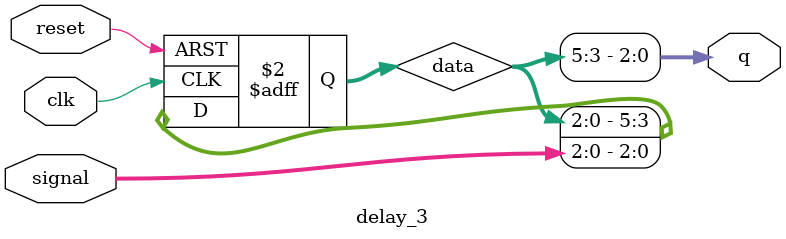
<source format=v>
`timescale 1ns / 1ps

/*
 * Basic 1 tick delay module
 */
module delay_1(
    input clk,
    input reset,
    input signal,
    output q
    );
	 
	 reg [1:0] data;
	 
	 always @ (posedge clk or posedge reset) begin
		if (reset)
			data = 0;
		else
			data = {data[0:0],signal};
	 end
	 
	 assign q = data[1:1];
	 
endmodule

/*
 * Same delay module, but gives 1 on reset;
 */
module delay_1_1(
    input clk,
    input reset,
    input signal,
    output q
    );
	 
	 reg [1:0] data;
	 
	 always @ (posedge clk or posedge reset) begin
		if (reset)
			data = 3;
		else
			data = {data[0:0],signal};
	 end
	 
	 assign q = data[1:1];
	 
endmodule

/*
 * Same delay module, but on negative edge;
 */
module delay_n_1(
    input clk,
    input reset,
    input signal,
    output q
    );
	 
	 reg [1:0] data;
	 
	 always @ (negedge clk or posedge reset) begin
		if (reset)
			data = 0;
		else
			data = {data[0:0],signal};
	 end
	 
	 assign q = data[1:1];
	 
endmodule

module delay_3(
    input clk,
    input reset,
    input [2:0] signal,
    output [2:0] q
    );
	 
	 reg [5:0] data;
	 
	 always @ (posedge clk or posedge reset) begin
		if (reset)
			data = 0;
		else
			data = {data[2:0],signal};
	 end
	 
	 assign q = data[5:3];
	 
endmodule
</source>
